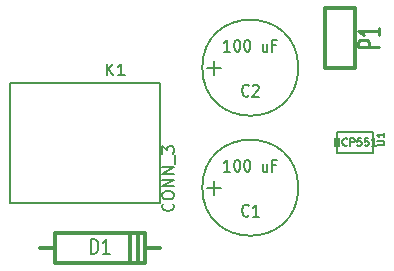
<source format=gto>
G04 (created by PCBNEW (2013-june-11)-stable) date Sat 26 Oct 2013 23:01:24 ART*
%MOIN*%
G04 Gerber Fmt 3.4, Leading zero omitted, Abs format*
%FSLAX34Y34*%
G01*
G70*
G90*
G04 APERTURE LIST*
%ADD10C,0.00590551*%
%ADD11C,0.012*%
%ADD12C,0.005*%
%ADD13C,0.008*%
%ADD14C,0.0107*%
G04 APERTURE END LIST*
G54D10*
G54D11*
X77000Y-56000D02*
X80000Y-56000D01*
X80000Y-56000D02*
X80000Y-57000D01*
X80000Y-57000D02*
X77000Y-57000D01*
X77000Y-57000D02*
X77000Y-56000D01*
X79750Y-56000D02*
X79750Y-57000D01*
X79500Y-57000D02*
X79500Y-56000D01*
X77000Y-56500D02*
X76500Y-56500D01*
X80000Y-56500D02*
X80500Y-56500D01*
G54D12*
X87600Y-52650D02*
X87600Y-53350D01*
X87600Y-53350D02*
X86400Y-53350D01*
X86400Y-53350D02*
X86400Y-52650D01*
X86400Y-52650D02*
X87600Y-52650D01*
G54D11*
X86000Y-48500D02*
X87000Y-48500D01*
X87000Y-48500D02*
X87000Y-50500D01*
X87000Y-50500D02*
X86000Y-50500D01*
X86000Y-50500D02*
X86000Y-48500D01*
G54D13*
X85100Y-50500D02*
G75*
G03X85100Y-50500I-1600J0D01*
G74*
G01*
X85100Y-54500D02*
G75*
G03X85100Y-54500I-1600J0D01*
G74*
G01*
G54D10*
X80500Y-51000D02*
X75500Y-51000D01*
X75500Y-51000D02*
X75500Y-55000D01*
X75500Y-55000D02*
X80500Y-55000D01*
X80500Y-55000D02*
X80500Y-51000D01*
G54D13*
X78204Y-56702D02*
X78204Y-56202D01*
X78300Y-56202D01*
X78357Y-56226D01*
X78395Y-56273D01*
X78414Y-56321D01*
X78433Y-56416D01*
X78433Y-56488D01*
X78414Y-56583D01*
X78395Y-56630D01*
X78357Y-56678D01*
X78300Y-56702D01*
X78204Y-56702D01*
X78814Y-56702D02*
X78585Y-56702D01*
X78700Y-56702D02*
X78700Y-56202D01*
X78661Y-56273D01*
X78623Y-56321D01*
X78585Y-56345D01*
G54D12*
X87717Y-53072D02*
X87919Y-53072D01*
X87943Y-53060D01*
X87955Y-53048D01*
X87967Y-53024D01*
X87967Y-52977D01*
X87955Y-52953D01*
X87943Y-52941D01*
X87919Y-52929D01*
X87717Y-52929D01*
X87967Y-52679D02*
X87967Y-52822D01*
X87967Y-52751D02*
X87717Y-52751D01*
X87752Y-52774D01*
X87776Y-52798D01*
X87788Y-52822D01*
X86321Y-53101D02*
X86321Y-52851D01*
X86464Y-53101D01*
X86464Y-52851D01*
X86726Y-53077D02*
X86714Y-53089D01*
X86678Y-53101D01*
X86654Y-53101D01*
X86619Y-53089D01*
X86595Y-53065D01*
X86583Y-53041D01*
X86571Y-52994D01*
X86571Y-52958D01*
X86583Y-52910D01*
X86595Y-52886D01*
X86619Y-52863D01*
X86654Y-52851D01*
X86678Y-52851D01*
X86714Y-52863D01*
X86726Y-52875D01*
X86833Y-53101D02*
X86833Y-52851D01*
X86928Y-52851D01*
X86952Y-52863D01*
X86964Y-52875D01*
X86976Y-52898D01*
X86976Y-52934D01*
X86964Y-52958D01*
X86952Y-52970D01*
X86928Y-52982D01*
X86833Y-52982D01*
X87202Y-52851D02*
X87083Y-52851D01*
X87071Y-52970D01*
X87083Y-52958D01*
X87107Y-52946D01*
X87166Y-52946D01*
X87190Y-52958D01*
X87202Y-52970D01*
X87214Y-52994D01*
X87214Y-53053D01*
X87202Y-53077D01*
X87190Y-53089D01*
X87166Y-53101D01*
X87107Y-53101D01*
X87083Y-53089D01*
X87071Y-53077D01*
X87440Y-52851D02*
X87321Y-52851D01*
X87309Y-52970D01*
X87321Y-52958D01*
X87345Y-52946D01*
X87404Y-52946D01*
X87428Y-52958D01*
X87440Y-52970D01*
X87452Y-52994D01*
X87452Y-53053D01*
X87440Y-53077D01*
X87428Y-53089D01*
X87404Y-53101D01*
X87345Y-53101D01*
X87321Y-53089D01*
X87309Y-53077D01*
X87690Y-53101D02*
X87547Y-53101D01*
X87619Y-53101D02*
X87619Y-52851D01*
X87595Y-52886D01*
X87571Y-52910D01*
X87547Y-52922D01*
G54D14*
X87775Y-49815D02*
X87094Y-49815D01*
X87094Y-49652D01*
X87127Y-49612D01*
X87159Y-49591D01*
X87224Y-49571D01*
X87321Y-49571D01*
X87386Y-49591D01*
X87418Y-49612D01*
X87451Y-49652D01*
X87451Y-49815D01*
X87775Y-49163D02*
X87775Y-49408D01*
X87775Y-49286D02*
X87094Y-49286D01*
X87191Y-49326D01*
X87256Y-49367D01*
X87289Y-49408D01*
G54D11*
G54D13*
X83441Y-51423D02*
X83425Y-51442D01*
X83375Y-51461D01*
X83341Y-51461D01*
X83291Y-51442D01*
X83258Y-51404D01*
X83241Y-51366D01*
X83225Y-51290D01*
X83225Y-51233D01*
X83241Y-51157D01*
X83258Y-51119D01*
X83291Y-51080D01*
X83341Y-51061D01*
X83375Y-51061D01*
X83425Y-51080D01*
X83441Y-51100D01*
X83575Y-51100D02*
X83591Y-51080D01*
X83625Y-51061D01*
X83708Y-51061D01*
X83741Y-51080D01*
X83758Y-51100D01*
X83775Y-51138D01*
X83775Y-51176D01*
X83758Y-51233D01*
X83558Y-51461D01*
X83775Y-51461D01*
X82825Y-49962D02*
X82625Y-49962D01*
X82725Y-49962D02*
X82725Y-49562D01*
X82691Y-49620D01*
X82658Y-49658D01*
X82625Y-49677D01*
X83041Y-49562D02*
X83075Y-49562D01*
X83108Y-49581D01*
X83125Y-49601D01*
X83141Y-49639D01*
X83158Y-49715D01*
X83158Y-49810D01*
X83141Y-49886D01*
X83125Y-49924D01*
X83108Y-49943D01*
X83075Y-49962D01*
X83041Y-49962D01*
X83008Y-49943D01*
X82991Y-49924D01*
X82975Y-49886D01*
X82958Y-49810D01*
X82958Y-49715D01*
X82975Y-49639D01*
X82991Y-49601D01*
X83008Y-49581D01*
X83041Y-49562D01*
X83375Y-49562D02*
X83408Y-49562D01*
X83441Y-49581D01*
X83458Y-49601D01*
X83475Y-49639D01*
X83491Y-49715D01*
X83491Y-49810D01*
X83475Y-49886D01*
X83458Y-49924D01*
X83441Y-49943D01*
X83408Y-49962D01*
X83375Y-49962D01*
X83341Y-49943D01*
X83325Y-49924D01*
X83308Y-49886D01*
X83291Y-49810D01*
X83291Y-49715D01*
X83308Y-49639D01*
X83325Y-49601D01*
X83341Y-49581D01*
X83375Y-49562D01*
X84058Y-49696D02*
X84058Y-49962D01*
X83908Y-49696D02*
X83908Y-49905D01*
X83925Y-49943D01*
X83958Y-49962D01*
X84008Y-49962D01*
X84041Y-49943D01*
X84058Y-49924D01*
X84341Y-49753D02*
X84225Y-49753D01*
X84225Y-49962D02*
X84225Y-49562D01*
X84391Y-49562D01*
X82072Y-50514D02*
X82529Y-50514D01*
X82301Y-50742D02*
X82301Y-50285D01*
X83441Y-55423D02*
X83425Y-55442D01*
X83375Y-55461D01*
X83341Y-55461D01*
X83291Y-55442D01*
X83258Y-55404D01*
X83241Y-55366D01*
X83225Y-55290D01*
X83225Y-55233D01*
X83241Y-55157D01*
X83258Y-55119D01*
X83291Y-55080D01*
X83341Y-55061D01*
X83375Y-55061D01*
X83425Y-55080D01*
X83441Y-55100D01*
X83775Y-55461D02*
X83575Y-55461D01*
X83675Y-55461D02*
X83675Y-55061D01*
X83641Y-55119D01*
X83608Y-55157D01*
X83575Y-55176D01*
X82825Y-53962D02*
X82625Y-53962D01*
X82725Y-53962D02*
X82725Y-53562D01*
X82691Y-53620D01*
X82658Y-53658D01*
X82625Y-53677D01*
X83041Y-53562D02*
X83075Y-53562D01*
X83108Y-53581D01*
X83125Y-53601D01*
X83141Y-53639D01*
X83158Y-53715D01*
X83158Y-53810D01*
X83141Y-53886D01*
X83125Y-53924D01*
X83108Y-53943D01*
X83075Y-53962D01*
X83041Y-53962D01*
X83008Y-53943D01*
X82991Y-53924D01*
X82975Y-53886D01*
X82958Y-53810D01*
X82958Y-53715D01*
X82975Y-53639D01*
X82991Y-53601D01*
X83008Y-53581D01*
X83041Y-53562D01*
X83375Y-53562D02*
X83408Y-53562D01*
X83441Y-53581D01*
X83458Y-53601D01*
X83475Y-53639D01*
X83491Y-53715D01*
X83491Y-53810D01*
X83475Y-53886D01*
X83458Y-53924D01*
X83441Y-53943D01*
X83408Y-53962D01*
X83375Y-53962D01*
X83341Y-53943D01*
X83325Y-53924D01*
X83308Y-53886D01*
X83291Y-53810D01*
X83291Y-53715D01*
X83308Y-53639D01*
X83325Y-53601D01*
X83341Y-53581D01*
X83375Y-53562D01*
X84058Y-53696D02*
X84058Y-53962D01*
X83908Y-53696D02*
X83908Y-53905D01*
X83925Y-53943D01*
X83958Y-53962D01*
X84008Y-53962D01*
X84041Y-53943D01*
X84058Y-53924D01*
X84341Y-53753D02*
X84225Y-53753D01*
X84225Y-53962D02*
X84225Y-53562D01*
X84391Y-53562D01*
X82072Y-54514D02*
X82529Y-54514D01*
X82301Y-54742D02*
X82301Y-54285D01*
G54D10*
X78709Y-50759D02*
X78709Y-50365D01*
X78934Y-50759D02*
X78765Y-50534D01*
X78934Y-50365D02*
X78709Y-50590D01*
X79309Y-50759D02*
X79084Y-50759D01*
X79196Y-50759D02*
X79196Y-50365D01*
X79159Y-50421D01*
X79121Y-50459D01*
X79084Y-50478D01*
X80921Y-55034D02*
X80940Y-55053D01*
X80959Y-55109D01*
X80959Y-55146D01*
X80940Y-55202D01*
X80903Y-55240D01*
X80865Y-55259D01*
X80790Y-55277D01*
X80734Y-55277D01*
X80659Y-55259D01*
X80621Y-55240D01*
X80584Y-55202D01*
X80565Y-55146D01*
X80565Y-55109D01*
X80584Y-55053D01*
X80603Y-55034D01*
X80565Y-54790D02*
X80565Y-54715D01*
X80584Y-54678D01*
X80621Y-54640D01*
X80696Y-54621D01*
X80828Y-54621D01*
X80903Y-54640D01*
X80940Y-54678D01*
X80959Y-54715D01*
X80959Y-54790D01*
X80940Y-54828D01*
X80903Y-54865D01*
X80828Y-54884D01*
X80696Y-54884D01*
X80621Y-54865D01*
X80584Y-54828D01*
X80565Y-54790D01*
X80959Y-54453D02*
X80565Y-54453D01*
X80959Y-54228D01*
X80565Y-54228D01*
X80959Y-54040D02*
X80565Y-54040D01*
X80959Y-53815D01*
X80565Y-53815D01*
X80996Y-53721D02*
X80996Y-53421D01*
X80565Y-53365D02*
X80565Y-53122D01*
X80715Y-53253D01*
X80715Y-53197D01*
X80734Y-53159D01*
X80753Y-53140D01*
X80790Y-53122D01*
X80884Y-53122D01*
X80921Y-53140D01*
X80940Y-53159D01*
X80959Y-53197D01*
X80959Y-53309D01*
X80940Y-53346D01*
X80921Y-53365D01*
M02*

</source>
